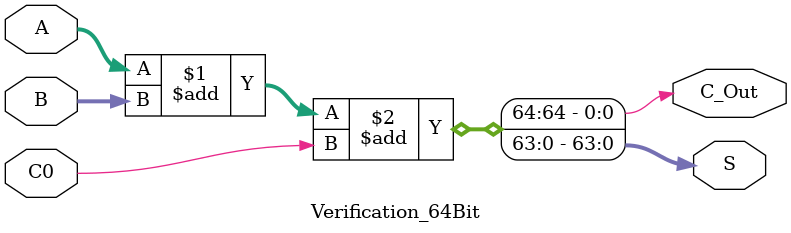
<source format=v>
`timescale 1ns / 1ps


module Verification_64Bit(
    input [63:0] A,
    input [63:0] B,
    input C0,
    output C_Out,
    output [63:0] S
    );
    
    assign {C_Out, S} = A + B + C0;
endmodule

</source>
